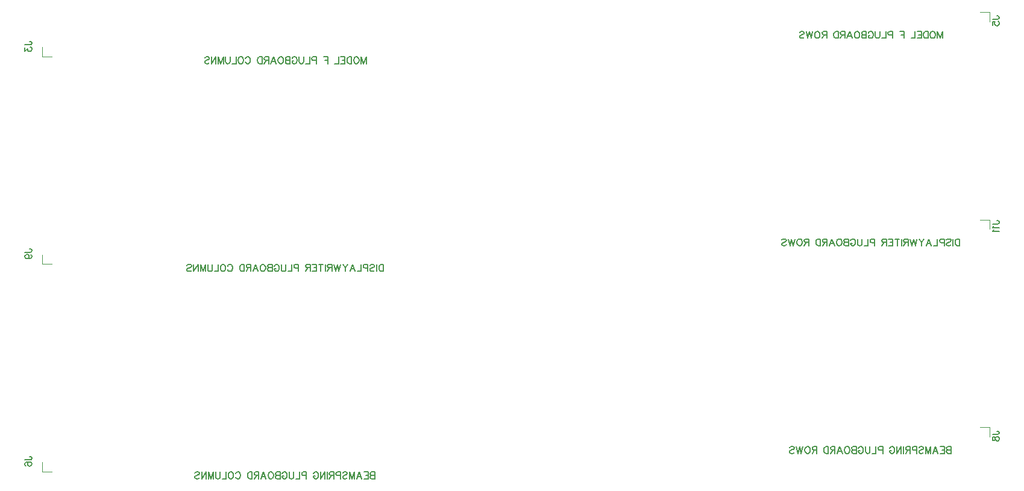
<source format=gbo>
G04 Layer: BottomSilkLayer*
G04 EasyEDA v6.3.43, 2020-05-25T11:21:51+02:00*
G04 b2f46ff1345c4209a88c0a1db2e3f32b,10*
G04 Gerber Generator version 0.2*
G04 Scale: 100 percent, Rotated: No, Reflected: No *
G04 Dimensions in inches *
G04 leading zeros omitted , absolute positions ,2 integer and 4 decimal *
%FSLAX24Y24*%
%MOIN*%
G90*
G70D02*

%ADD20C,0.005910*%
%ADD21C,0.004720*%

%LPD*%
G54D21*
G01X66289Y14062D02*
G01X66289Y14586D01*
G01X65765Y14586D01*
G01X66289Y25547D02*
G01X66289Y26071D01*
G01X65765Y26071D01*
G01X66289Y37032D02*
G01X66289Y37555D01*
G01X65765Y37555D01*
G01X13913Y24141D02*
G01X13913Y23617D01*
G01X14437Y23617D01*
G01X13913Y35625D02*
G01X13913Y35102D01*
G01X14437Y35102D01*
G01X13913Y12656D02*
G01X13913Y12132D01*
G01X14437Y12132D01*
G54D20*
G01X66458Y14198D02*
G01X66745Y14198D01*
G01X66798Y14216D01*
G01X66816Y14234D01*
G01X66834Y14270D01*
G01X66834Y14306D01*
G01X66816Y14341D01*
G01X66798Y14359D01*
G01X66745Y14377D01*
G01X66709Y14377D01*
G01X66458Y13991D02*
G01X66476Y14044D01*
G01X66512Y14062D01*
G01X66548Y14062D01*
G01X66584Y14044D01*
G01X66601Y14009D01*
G01X66619Y13937D01*
G01X66637Y13883D01*
G01X66673Y13847D01*
G01X66709Y13830D01*
G01X66763Y13830D01*
G01X66798Y13847D01*
G01X66816Y13865D01*
G01X66834Y13919D01*
G01X66834Y13991D01*
G01X66816Y14044D01*
G01X66798Y14062D01*
G01X66763Y14080D01*
G01X66709Y14080D01*
G01X66673Y14062D01*
G01X66637Y14026D01*
G01X66619Y13973D01*
G01X66601Y13901D01*
G01X66584Y13865D01*
G01X66548Y13847D01*
G01X66512Y13847D01*
G01X66476Y13865D01*
G01X66458Y13919D01*
G01X66458Y13991D01*
G01X64171Y13522D02*
G01X64171Y13146D01*
G01X64171Y13522D02*
G01X64010Y13522D01*
G01X63956Y13504D01*
G01X63938Y13486D01*
G01X63920Y13450D01*
G01X63920Y13414D01*
G01X63938Y13379D01*
G01X63956Y13361D01*
G01X64010Y13343D01*
G01X64171Y13343D02*
G01X64010Y13343D01*
G01X63956Y13325D01*
G01X63938Y13307D01*
G01X63920Y13271D01*
G01X63920Y13218D01*
G01X63938Y13182D01*
G01X63956Y13164D01*
G01X64010Y13146D01*
G01X64171Y13146D01*
G01X63802Y13522D02*
G01X63802Y13146D01*
G01X63802Y13522D02*
G01X63570Y13522D01*
G01X63802Y13343D02*
G01X63659Y13343D01*
G01X63802Y13146D02*
G01X63570Y13146D01*
G01X63308Y13522D02*
G01X63451Y13146D01*
G01X63308Y13522D02*
G01X63165Y13146D01*
G01X63398Y13271D02*
G01X63219Y13271D01*
G01X63047Y13522D02*
G01X63047Y13146D01*
G01X63047Y13522D02*
G01X62904Y13146D01*
G01X62761Y13522D02*
G01X62904Y13146D01*
G01X62761Y13522D02*
G01X62761Y13146D01*
G01X62392Y13468D02*
G01X62428Y13504D01*
G01X62481Y13522D01*
G01X62553Y13522D01*
G01X62607Y13504D01*
G01X62643Y13468D01*
G01X62643Y13432D01*
G01X62625Y13397D01*
G01X62607Y13379D01*
G01X62571Y13361D01*
G01X62464Y13325D01*
G01X62428Y13307D01*
G01X62410Y13289D01*
G01X62392Y13253D01*
G01X62392Y13200D01*
G01X62428Y13164D01*
G01X62481Y13146D01*
G01X62553Y13146D01*
G01X62607Y13164D01*
G01X62643Y13200D01*
G01X62274Y13522D02*
G01X62274Y13146D01*
G01X62274Y13522D02*
G01X62113Y13522D01*
G01X62059Y13504D01*
G01X62041Y13486D01*
G01X62023Y13450D01*
G01X62023Y13397D01*
G01X62041Y13361D01*
G01X62059Y13343D01*
G01X62113Y13325D01*
G01X62274Y13325D01*
G01X61905Y13522D02*
G01X61905Y13146D01*
G01X61905Y13522D02*
G01X61744Y13522D01*
G01X61690Y13504D01*
G01X61673Y13486D01*
G01X61655Y13450D01*
G01X61655Y13414D01*
G01X61673Y13379D01*
G01X61690Y13361D01*
G01X61744Y13343D01*
G01X61905Y13343D01*
G01X61780Y13343D02*
G01X61655Y13146D01*
G01X61537Y13522D02*
G01X61537Y13146D01*
G01X61418Y13522D02*
G01X61418Y13146D01*
G01X61418Y13522D02*
G01X61168Y13146D01*
G01X61168Y13522D02*
G01X61168Y13146D01*
G01X60781Y13432D02*
G01X60799Y13468D01*
G01X60835Y13504D01*
G01X60871Y13522D01*
G01X60942Y13522D01*
G01X60978Y13504D01*
G01X61014Y13468D01*
G01X61032Y13432D01*
G01X61050Y13379D01*
G01X61050Y13289D01*
G01X61032Y13235D01*
G01X61014Y13200D01*
G01X60978Y13164D01*
G01X60942Y13146D01*
G01X60871Y13146D01*
G01X60835Y13164D01*
G01X60799Y13200D01*
G01X60781Y13235D01*
G01X60781Y13289D01*
G01X60871Y13289D02*
G01X60781Y13289D01*
G01X60388Y13522D02*
G01X60388Y13146D01*
G01X60388Y13522D02*
G01X60227Y13522D01*
G01X60173Y13504D01*
G01X60155Y13486D01*
G01X60137Y13450D01*
G01X60137Y13397D01*
G01X60155Y13361D01*
G01X60173Y13343D01*
G01X60227Y13325D01*
G01X60388Y13325D01*
G01X60019Y13522D02*
G01X60019Y13146D01*
G01X60019Y13146D02*
G01X59804Y13146D01*
G01X59686Y13522D02*
G01X59686Y13253D01*
G01X59668Y13200D01*
G01X59633Y13164D01*
G01X59579Y13146D01*
G01X59543Y13146D01*
G01X59489Y13164D01*
G01X59454Y13200D01*
G01X59436Y13253D01*
G01X59436Y13522D01*
G01X59049Y13432D02*
G01X59067Y13468D01*
G01X59103Y13504D01*
G01X59139Y13522D01*
G01X59210Y13522D01*
G01X59246Y13504D01*
G01X59282Y13468D01*
G01X59300Y13432D01*
G01X59318Y13379D01*
G01X59318Y13289D01*
G01X59300Y13235D01*
G01X59282Y13200D01*
G01X59246Y13164D01*
G01X59210Y13146D01*
G01X59139Y13146D01*
G01X59103Y13164D01*
G01X59067Y13200D01*
G01X59049Y13235D01*
G01X59049Y13289D01*
G01X59139Y13289D02*
G01X59049Y13289D01*
G01X58931Y13522D02*
G01X58931Y13146D01*
G01X58931Y13522D02*
G01X58770Y13522D01*
G01X58716Y13504D01*
G01X58698Y13486D01*
G01X58680Y13450D01*
G01X58680Y13414D01*
G01X58698Y13379D01*
G01X58716Y13361D01*
G01X58770Y13343D01*
G01X58931Y13343D02*
G01X58770Y13343D01*
G01X58716Y13325D01*
G01X58698Y13307D01*
G01X58680Y13271D01*
G01X58680Y13218D01*
G01X58698Y13182D01*
G01X58716Y13164D01*
G01X58770Y13146D01*
G01X58931Y13146D01*
G01X58455Y13522D02*
G01X58491Y13504D01*
G01X58527Y13468D01*
G01X58544Y13432D01*
G01X58562Y13379D01*
G01X58562Y13289D01*
G01X58544Y13235D01*
G01X58527Y13200D01*
G01X58491Y13164D01*
G01X58455Y13146D01*
G01X58383Y13146D01*
G01X58348Y13164D01*
G01X58312Y13200D01*
G01X58294Y13235D01*
G01X58276Y13289D01*
G01X58276Y13379D01*
G01X58294Y13432D01*
G01X58312Y13468D01*
G01X58348Y13504D01*
G01X58383Y13522D01*
G01X58455Y13522D01*
G01X58015Y13522D02*
G01X58158Y13146D01*
G01X58015Y13522D02*
G01X57872Y13146D01*
G01X58104Y13271D02*
G01X57925Y13271D01*
G01X57753Y13522D02*
G01X57753Y13146D01*
G01X57753Y13522D02*
G01X57592Y13522D01*
G01X57539Y13504D01*
G01X57521Y13486D01*
G01X57503Y13450D01*
G01X57503Y13414D01*
G01X57521Y13379D01*
G01X57539Y13361D01*
G01X57592Y13343D01*
G01X57753Y13343D01*
G01X57628Y13343D02*
G01X57503Y13146D01*
G01X57385Y13522D02*
G01X57385Y13146D01*
G01X57385Y13522D02*
G01X57260Y13522D01*
G01X57206Y13504D01*
G01X57170Y13468D01*
G01X57152Y13432D01*
G01X57134Y13379D01*
G01X57134Y13289D01*
G01X57152Y13235D01*
G01X57170Y13200D01*
G01X57206Y13164D01*
G01X57260Y13146D01*
G01X57385Y13146D01*
G01X56741Y13522D02*
G01X56741Y13146D01*
G01X56741Y13522D02*
G01X56580Y13522D01*
G01X56526Y13504D01*
G01X56508Y13486D01*
G01X56490Y13450D01*
G01X56490Y13414D01*
G01X56508Y13379D01*
G01X56526Y13361D01*
G01X56580Y13343D01*
G01X56741Y13343D01*
G01X56615Y13343D02*
G01X56490Y13146D01*
G01X56265Y13522D02*
G01X56300Y13504D01*
G01X56336Y13468D01*
G01X56354Y13432D01*
G01X56372Y13379D01*
G01X56372Y13289D01*
G01X56354Y13235D01*
G01X56336Y13200D01*
G01X56300Y13164D01*
G01X56265Y13146D01*
G01X56193Y13146D01*
G01X56157Y13164D01*
G01X56121Y13200D01*
G01X56104Y13235D01*
G01X56086Y13289D01*
G01X56086Y13379D01*
G01X56104Y13432D01*
G01X56121Y13468D01*
G01X56157Y13504D01*
G01X56193Y13522D01*
G01X56265Y13522D01*
G01X55968Y13522D02*
G01X55878Y13146D01*
G01X55789Y13522D02*
G01X55878Y13146D01*
G01X55789Y13522D02*
G01X55699Y13146D01*
G01X55610Y13522D02*
G01X55699Y13146D01*
G01X55241Y13468D02*
G01X55277Y13504D01*
G01X55330Y13522D01*
G01X55402Y13522D01*
G01X55456Y13504D01*
G01X55491Y13468D01*
G01X55491Y13432D01*
G01X55474Y13397D01*
G01X55456Y13379D01*
G01X55420Y13361D01*
G01X55313Y13325D01*
G01X55277Y13307D01*
G01X55259Y13289D01*
G01X55241Y13253D01*
G01X55241Y13200D01*
G01X55277Y13164D01*
G01X55330Y13146D01*
G01X55402Y13146D01*
G01X55456Y13164D01*
G01X55491Y13200D01*
G01X66458Y25840D02*
G01X66745Y25840D01*
G01X66798Y25858D01*
G01X66816Y25876D01*
G01X66834Y25912D01*
G01X66834Y25948D01*
G01X66816Y25984D01*
G01X66798Y26001D01*
G01X66745Y26019D01*
G01X66709Y26019D01*
G01X66530Y25722D02*
G01X66512Y25686D01*
G01X66458Y25633D01*
G01X66834Y25633D01*
G01X66530Y25515D02*
G01X66512Y25479D01*
G01X66458Y25425D01*
G01X66834Y25425D01*
G01X64643Y25006D02*
G01X64643Y24630D01*
G01X64643Y25006D02*
G01X64518Y25006D01*
G01X64464Y24988D01*
G01X64429Y24952D01*
G01X64411Y24917D01*
G01X64393Y24863D01*
G01X64393Y24774D01*
G01X64411Y24720D01*
G01X64429Y24684D01*
G01X64464Y24648D01*
G01X64518Y24630D01*
G01X64643Y24630D01*
G01X64275Y25006D02*
G01X64275Y24630D01*
G01X63906Y24952D02*
G01X63942Y24988D01*
G01X63995Y25006D01*
G01X64067Y25006D01*
G01X64121Y24988D01*
G01X64157Y24952D01*
G01X64157Y24917D01*
G01X64139Y24881D01*
G01X64121Y24863D01*
G01X64085Y24845D01*
G01X63978Y24809D01*
G01X63942Y24791D01*
G01X63924Y24774D01*
G01X63906Y24738D01*
G01X63906Y24684D01*
G01X63942Y24648D01*
G01X63995Y24630D01*
G01X64067Y24630D01*
G01X64121Y24648D01*
G01X64157Y24684D01*
G01X63788Y25006D02*
G01X63788Y24630D01*
G01X63788Y25006D02*
G01X63627Y25006D01*
G01X63573Y24988D01*
G01X63555Y24970D01*
G01X63537Y24935D01*
G01X63537Y24881D01*
G01X63555Y24845D01*
G01X63573Y24827D01*
G01X63627Y24809D01*
G01X63788Y24809D01*
G01X63419Y25006D02*
G01X63419Y24630D01*
G01X63419Y24630D02*
G01X63205Y24630D01*
G01X62943Y25006D02*
G01X63086Y24630D01*
G01X62943Y25006D02*
G01X62800Y24630D01*
G01X63033Y24756D02*
G01X62854Y24756D01*
G01X62682Y25006D02*
G01X62539Y24827D01*
G01X62539Y24630D01*
G01X62396Y25006D02*
G01X62539Y24827D01*
G01X62278Y25006D02*
G01X62188Y24630D01*
G01X62099Y25006D02*
G01X62188Y24630D01*
G01X62099Y25006D02*
G01X62009Y24630D01*
G01X61920Y25006D02*
G01X62009Y24630D01*
G01X61802Y25006D02*
G01X61802Y24630D01*
G01X61802Y25006D02*
G01X61640Y25006D01*
G01X61587Y24988D01*
G01X61569Y24970D01*
G01X61551Y24935D01*
G01X61551Y24899D01*
G01X61569Y24863D01*
G01X61587Y24845D01*
G01X61640Y24827D01*
G01X61802Y24827D01*
G01X61676Y24827D02*
G01X61551Y24630D01*
G01X61433Y25006D02*
G01X61433Y24630D01*
G01X61189Y25006D02*
G01X61189Y24630D01*
G01X61315Y25006D02*
G01X61064Y25006D01*
G01X60946Y25006D02*
G01X60946Y24630D01*
G01X60946Y25006D02*
G01X60713Y25006D01*
G01X60946Y24827D02*
G01X60803Y24827D01*
G01X60946Y24630D02*
G01X60713Y24630D01*
G01X60595Y25006D02*
G01X60595Y24630D01*
G01X60595Y25006D02*
G01X60434Y25006D01*
G01X60381Y24988D01*
G01X60363Y24970D01*
G01X60345Y24935D01*
G01X60345Y24899D01*
G01X60363Y24863D01*
G01X60381Y24845D01*
G01X60434Y24827D01*
G01X60595Y24827D01*
G01X60470Y24827D02*
G01X60345Y24630D01*
G01X59951Y25006D02*
G01X59951Y24630D01*
G01X59951Y25006D02*
G01X59790Y25006D01*
G01X59736Y24988D01*
G01X59718Y24970D01*
G01X59701Y24935D01*
G01X59701Y24881D01*
G01X59718Y24845D01*
G01X59736Y24827D01*
G01X59790Y24809D01*
G01X59951Y24809D01*
G01X59582Y25006D02*
G01X59582Y24630D01*
G01X59582Y24630D02*
G01X59368Y24630D01*
G01X59250Y25006D02*
G01X59250Y24738D01*
G01X59232Y24684D01*
G01X59196Y24648D01*
G01X59142Y24630D01*
G01X59106Y24630D01*
G01X59053Y24648D01*
G01X59017Y24684D01*
G01X58999Y24738D01*
G01X58999Y25006D01*
G01X58613Y24917D02*
G01X58630Y24952D01*
G01X58666Y24988D01*
G01X58702Y25006D01*
G01X58774Y25006D01*
G01X58809Y24988D01*
G01X58845Y24952D01*
G01X58863Y24917D01*
G01X58881Y24863D01*
G01X58881Y24774D01*
G01X58863Y24720D01*
G01X58845Y24684D01*
G01X58809Y24648D01*
G01X58774Y24630D01*
G01X58702Y24630D01*
G01X58666Y24648D01*
G01X58630Y24684D01*
G01X58613Y24720D01*
G01X58613Y24774D01*
G01X58702Y24774D02*
G01X58613Y24774D01*
G01X58494Y25006D02*
G01X58494Y24630D01*
G01X58494Y25006D02*
G01X58333Y25006D01*
G01X58280Y24988D01*
G01X58262Y24970D01*
G01X58244Y24935D01*
G01X58244Y24899D01*
G01X58262Y24863D01*
G01X58280Y24845D01*
G01X58333Y24827D01*
G01X58494Y24827D02*
G01X58333Y24827D01*
G01X58280Y24809D01*
G01X58262Y24791D01*
G01X58244Y24756D01*
G01X58244Y24702D01*
G01X58262Y24666D01*
G01X58280Y24648D01*
G01X58333Y24630D01*
G01X58494Y24630D01*
G01X58018Y25006D02*
G01X58054Y24988D01*
G01X58090Y24952D01*
G01X58108Y24917D01*
G01X58126Y24863D01*
G01X58126Y24774D01*
G01X58108Y24720D01*
G01X58090Y24684D01*
G01X58054Y24648D01*
G01X58018Y24630D01*
G01X57947Y24630D01*
G01X57911Y24648D01*
G01X57875Y24684D01*
G01X57857Y24720D01*
G01X57839Y24774D01*
G01X57839Y24863D01*
G01X57857Y24917D01*
G01X57875Y24952D01*
G01X57911Y24988D01*
G01X57947Y25006D01*
G01X58018Y25006D01*
G01X57578Y25006D02*
G01X57721Y24630D01*
G01X57578Y25006D02*
G01X57435Y24630D01*
G01X57668Y24756D02*
G01X57489Y24756D01*
G01X57317Y25006D02*
G01X57317Y24630D01*
G01X57317Y25006D02*
G01X57156Y25006D01*
G01X57102Y24988D01*
G01X57084Y24970D01*
G01X57066Y24935D01*
G01X57066Y24899D01*
G01X57084Y24863D01*
G01X57102Y24845D01*
G01X57156Y24827D01*
G01X57317Y24827D01*
G01X57192Y24827D02*
G01X57066Y24630D01*
G01X56948Y25006D02*
G01X56948Y24630D01*
G01X56948Y25006D02*
G01X56823Y25006D01*
G01X56769Y24988D01*
G01X56734Y24952D01*
G01X56716Y24917D01*
G01X56698Y24863D01*
G01X56698Y24774D01*
G01X56716Y24720D01*
G01X56734Y24684D01*
G01X56769Y24648D01*
G01X56823Y24630D01*
G01X56948Y24630D01*
G01X56304Y25006D02*
G01X56304Y24630D01*
G01X56304Y25006D02*
G01X56143Y25006D01*
G01X56089Y24988D01*
G01X56071Y24970D01*
G01X56053Y24935D01*
G01X56053Y24899D01*
G01X56071Y24863D01*
G01X56089Y24845D01*
G01X56143Y24827D01*
G01X56304Y24827D01*
G01X56179Y24827D02*
G01X56053Y24630D01*
G01X55828Y25006D02*
G01X55864Y24988D01*
G01X55900Y24952D01*
G01X55917Y24917D01*
G01X55935Y24863D01*
G01X55935Y24774D01*
G01X55917Y24720D01*
G01X55900Y24684D01*
G01X55864Y24648D01*
G01X55828Y24630D01*
G01X55756Y24630D01*
G01X55721Y24648D01*
G01X55685Y24684D01*
G01X55667Y24720D01*
G01X55649Y24774D01*
G01X55649Y24863D01*
G01X55667Y24917D01*
G01X55685Y24952D01*
G01X55721Y24988D01*
G01X55756Y25006D01*
G01X55828Y25006D01*
G01X55531Y25006D02*
G01X55441Y24630D01*
G01X55352Y25006D02*
G01X55441Y24630D01*
G01X55352Y25006D02*
G01X55263Y24630D01*
G01X55173Y25006D02*
G01X55263Y24630D01*
G01X54804Y24952D02*
G01X54840Y24988D01*
G01X54894Y25006D01*
G01X54965Y25006D01*
G01X55019Y24988D01*
G01X55055Y24952D01*
G01X55055Y24917D01*
G01X55037Y24881D01*
G01X55019Y24863D01*
G01X54983Y24845D01*
G01X54876Y24809D01*
G01X54840Y24791D01*
G01X54822Y24774D01*
G01X54804Y24738D01*
G01X54804Y24684D01*
G01X54840Y24648D01*
G01X54894Y24630D01*
G01X54965Y24630D01*
G01X55019Y24648D01*
G01X55055Y24684D01*
G01X66458Y37168D02*
G01X66745Y37168D01*
G01X66798Y37185D01*
G01X66816Y37203D01*
G01X66834Y37239D01*
G01X66834Y37275D01*
G01X66816Y37311D01*
G01X66798Y37329D01*
G01X66745Y37347D01*
G01X66709Y37347D01*
G01X66458Y36835D02*
G01X66458Y37014D01*
G01X66619Y37032D01*
G01X66601Y37014D01*
G01X66584Y36960D01*
G01X66584Y36906D01*
G01X66601Y36853D01*
G01X66637Y36817D01*
G01X66691Y36799D01*
G01X66727Y36799D01*
G01X66780Y36817D01*
G01X66816Y36853D01*
G01X66834Y36906D01*
G01X66834Y36960D01*
G01X66816Y37014D01*
G01X66798Y37032D01*
G01X66763Y37049D01*
G01X63698Y36490D02*
G01X63698Y36115D01*
G01X63698Y36490D02*
G01X63555Y36115D01*
G01X63412Y36490D02*
G01X63555Y36115D01*
G01X63412Y36490D02*
G01X63412Y36115D01*
G01X63187Y36490D02*
G01X63222Y36473D01*
G01X63258Y36437D01*
G01X63276Y36401D01*
G01X63294Y36347D01*
G01X63294Y36258D01*
G01X63276Y36204D01*
G01X63258Y36168D01*
G01X63222Y36133D01*
G01X63187Y36115D01*
G01X63115Y36115D01*
G01X63079Y36133D01*
G01X63043Y36168D01*
G01X63026Y36204D01*
G01X63008Y36258D01*
G01X63008Y36347D01*
G01X63026Y36401D01*
G01X63043Y36437D01*
G01X63079Y36473D01*
G01X63115Y36490D01*
G01X63187Y36490D01*
G01X62890Y36490D02*
G01X62890Y36115D01*
G01X62890Y36490D02*
G01X62764Y36490D01*
G01X62711Y36473D01*
G01X62675Y36437D01*
G01X62657Y36401D01*
G01X62639Y36347D01*
G01X62639Y36258D01*
G01X62657Y36204D01*
G01X62675Y36168D01*
G01X62711Y36133D01*
G01X62764Y36115D01*
G01X62890Y36115D01*
G01X62521Y36490D02*
G01X62521Y36115D01*
G01X62521Y36490D02*
G01X62288Y36490D01*
G01X62521Y36312D02*
G01X62378Y36312D01*
G01X62521Y36115D02*
G01X62288Y36115D01*
G01X62170Y36490D02*
G01X62170Y36115D01*
G01X62170Y36115D02*
G01X61955Y36115D01*
G01X61562Y36490D02*
G01X61562Y36115D01*
G01X61562Y36490D02*
G01X61329Y36490D01*
G01X61562Y36312D02*
G01X61419Y36312D01*
G01X60935Y36490D02*
G01X60935Y36115D01*
G01X60935Y36490D02*
G01X60774Y36490D01*
G01X60721Y36473D01*
G01X60703Y36455D01*
G01X60685Y36419D01*
G01X60685Y36365D01*
G01X60703Y36329D01*
G01X60721Y36312D01*
G01X60774Y36294D01*
G01X60935Y36294D01*
G01X60567Y36490D02*
G01X60567Y36115D01*
G01X60567Y36115D02*
G01X60352Y36115D01*
G01X60234Y36490D02*
G01X60234Y36222D01*
G01X60216Y36168D01*
G01X60180Y36133D01*
G01X60126Y36115D01*
G01X60091Y36115D01*
G01X60037Y36133D01*
G01X60001Y36168D01*
G01X59983Y36222D01*
G01X59983Y36490D01*
G01X59597Y36401D02*
G01X59615Y36437D01*
G01X59650Y36473D01*
G01X59686Y36490D01*
G01X59758Y36490D01*
G01X59794Y36473D01*
G01X59829Y36437D01*
G01X59847Y36401D01*
G01X59865Y36347D01*
G01X59865Y36258D01*
G01X59847Y36204D01*
G01X59829Y36168D01*
G01X59794Y36133D01*
G01X59758Y36115D01*
G01X59686Y36115D01*
G01X59650Y36133D01*
G01X59615Y36168D01*
G01X59597Y36204D01*
G01X59597Y36258D01*
G01X59686Y36258D02*
G01X59597Y36258D01*
G01X59479Y36490D02*
G01X59479Y36115D01*
G01X59479Y36490D02*
G01X59318Y36490D01*
G01X59264Y36473D01*
G01X59246Y36455D01*
G01X59228Y36419D01*
G01X59228Y36383D01*
G01X59246Y36347D01*
G01X59264Y36329D01*
G01X59318Y36312D01*
G01X59479Y36312D02*
G01X59318Y36312D01*
G01X59264Y36294D01*
G01X59246Y36276D01*
G01X59228Y36240D01*
G01X59228Y36186D01*
G01X59246Y36150D01*
G01X59264Y36133D01*
G01X59318Y36115D01*
G01X59479Y36115D01*
G01X59003Y36490D02*
G01X59038Y36473D01*
G01X59074Y36437D01*
G01X59092Y36401D01*
G01X59110Y36347D01*
G01X59110Y36258D01*
G01X59092Y36204D01*
G01X59074Y36168D01*
G01X59038Y36133D01*
G01X59003Y36115D01*
G01X58931Y36115D01*
G01X58895Y36133D01*
G01X58859Y36168D01*
G01X58842Y36204D01*
G01X58824Y36258D01*
G01X58824Y36347D01*
G01X58842Y36401D01*
G01X58859Y36437D01*
G01X58895Y36473D01*
G01X58931Y36490D01*
G01X59003Y36490D01*
G01X58562Y36490D02*
G01X58706Y36115D01*
G01X58562Y36490D02*
G01X58419Y36115D01*
G01X58652Y36240D02*
G01X58473Y36240D01*
G01X58301Y36490D02*
G01X58301Y36115D01*
G01X58301Y36490D02*
G01X58140Y36490D01*
G01X58086Y36473D01*
G01X58068Y36455D01*
G01X58051Y36419D01*
G01X58051Y36383D01*
G01X58068Y36347D01*
G01X58086Y36329D01*
G01X58140Y36312D01*
G01X58301Y36312D01*
G01X58176Y36312D02*
G01X58051Y36115D01*
G01X57932Y36490D02*
G01X57932Y36115D01*
G01X57932Y36490D02*
G01X57807Y36490D01*
G01X57754Y36473D01*
G01X57718Y36437D01*
G01X57700Y36401D01*
G01X57682Y36347D01*
G01X57682Y36258D01*
G01X57700Y36204D01*
G01X57718Y36168D01*
G01X57754Y36133D01*
G01X57807Y36115D01*
G01X57932Y36115D01*
G01X57288Y36490D02*
G01X57288Y36115D01*
G01X57288Y36490D02*
G01X57127Y36490D01*
G01X57074Y36473D01*
G01X57056Y36455D01*
G01X57038Y36419D01*
G01X57038Y36383D01*
G01X57056Y36347D01*
G01X57074Y36329D01*
G01X57127Y36312D01*
G01X57288Y36312D01*
G01X57163Y36312D02*
G01X57038Y36115D01*
G01X56812Y36490D02*
G01X56848Y36473D01*
G01X56884Y36437D01*
G01X56902Y36401D01*
G01X56920Y36347D01*
G01X56920Y36258D01*
G01X56902Y36204D01*
G01X56884Y36168D01*
G01X56848Y36133D01*
G01X56812Y36115D01*
G01X56741Y36115D01*
G01X56705Y36133D01*
G01X56669Y36168D01*
G01X56651Y36204D01*
G01X56633Y36258D01*
G01X56633Y36347D01*
G01X56651Y36401D01*
G01X56669Y36437D01*
G01X56705Y36473D01*
G01X56741Y36490D01*
G01X56812Y36490D01*
G01X56515Y36490D02*
G01X56426Y36115D01*
G01X56336Y36490D02*
G01X56426Y36115D01*
G01X56336Y36490D02*
G01X56247Y36115D01*
G01X56157Y36490D02*
G01X56247Y36115D01*
G01X55789Y36437D02*
G01X55824Y36473D01*
G01X55878Y36490D01*
G01X55950Y36490D01*
G01X56003Y36473D01*
G01X56039Y36437D01*
G01X56039Y36401D01*
G01X56021Y36365D01*
G01X56003Y36347D01*
G01X55968Y36329D01*
G01X55860Y36294D01*
G01X55824Y36276D01*
G01X55806Y36258D01*
G01X55789Y36222D01*
G01X55789Y36168D01*
G01X55824Y36133D01*
G01X55878Y36115D01*
G01X55950Y36115D01*
G01X56003Y36133D01*
G01X56039Y36168D01*
G01X12949Y24277D02*
G01X13236Y24277D01*
G01X13289Y24295D01*
G01X13307Y24312D01*
G01X13325Y24348D01*
G01X13325Y24384D01*
G01X13307Y24420D01*
G01X13289Y24438D01*
G01X13236Y24456D01*
G01X13200Y24456D01*
G01X13074Y23926D02*
G01X13128Y23944D01*
G01X13164Y23980D01*
G01X13182Y24033D01*
G01X13182Y24051D01*
G01X13164Y24105D01*
G01X13128Y24141D01*
G01X13074Y24159D01*
G01X13057Y24159D01*
G01X13003Y24141D01*
G01X12967Y24105D01*
G01X12949Y24051D01*
G01X12949Y24033D01*
G01X12967Y23980D01*
G01X13003Y23944D01*
G01X13074Y23926D01*
G01X13164Y23926D01*
G01X13253Y23944D01*
G01X13307Y23980D01*
G01X13325Y24033D01*
G01X13325Y24069D01*
G01X13307Y24123D01*
G01X13271Y24141D01*
G01X32772Y23600D02*
G01X32772Y23224D01*
G01X32772Y23600D02*
G01X32647Y23600D01*
G01X32593Y23582D01*
G01X32557Y23546D01*
G01X32539Y23510D01*
G01X32521Y23457D01*
G01X32521Y23367D01*
G01X32539Y23314D01*
G01X32557Y23278D01*
G01X32593Y23242D01*
G01X32647Y23224D01*
G01X32772Y23224D01*
G01X32403Y23600D02*
G01X32403Y23224D01*
G01X32035Y23546D02*
G01X32071Y23582D01*
G01X32124Y23600D01*
G01X32196Y23600D01*
G01X32249Y23582D01*
G01X32285Y23546D01*
G01X32285Y23510D01*
G01X32267Y23475D01*
G01X32249Y23457D01*
G01X32214Y23439D01*
G01X32106Y23403D01*
G01X32071Y23385D01*
G01X32053Y23367D01*
G01X32035Y23331D01*
G01X32035Y23278D01*
G01X32071Y23242D01*
G01X32124Y23224D01*
G01X32196Y23224D01*
G01X32249Y23242D01*
G01X32285Y23278D01*
G01X31917Y23600D02*
G01X31917Y23224D01*
G01X31917Y23600D02*
G01X31756Y23600D01*
G01X31702Y23582D01*
G01X31684Y23564D01*
G01X31666Y23528D01*
G01X31666Y23475D01*
G01X31684Y23439D01*
G01X31702Y23421D01*
G01X31756Y23403D01*
G01X31917Y23403D01*
G01X31548Y23600D02*
G01X31548Y23224D01*
G01X31548Y23224D02*
G01X31333Y23224D01*
G01X31072Y23600D02*
G01X31215Y23224D01*
G01X31072Y23600D02*
G01X30929Y23224D01*
G01X31161Y23349D02*
G01X30982Y23349D01*
G01X30811Y23600D02*
G01X30667Y23421D01*
G01X30667Y23224D01*
G01X30524Y23600D02*
G01X30667Y23421D01*
G01X30406Y23600D02*
G01X30317Y23224D01*
G01X30227Y23600D02*
G01X30317Y23224D01*
G01X30227Y23600D02*
G01X30138Y23224D01*
G01X30048Y23600D02*
G01X30138Y23224D01*
G01X29930Y23600D02*
G01X29930Y23224D01*
G01X29930Y23600D02*
G01X29769Y23600D01*
G01X29715Y23582D01*
G01X29698Y23564D01*
G01X29680Y23528D01*
G01X29680Y23493D01*
G01X29698Y23457D01*
G01X29715Y23439D01*
G01X29769Y23421D01*
G01X29930Y23421D01*
G01X29805Y23421D02*
G01X29680Y23224D01*
G01X29562Y23600D02*
G01X29562Y23224D01*
G01X29318Y23600D02*
G01X29318Y23224D01*
G01X29443Y23600D02*
G01X29193Y23600D01*
G01X29075Y23600D02*
G01X29075Y23224D01*
G01X29075Y23600D02*
G01X28842Y23600D01*
G01X29075Y23421D02*
G01X28932Y23421D01*
G01X29075Y23224D02*
G01X28842Y23224D01*
G01X28724Y23600D02*
G01X28724Y23224D01*
G01X28724Y23600D02*
G01X28563Y23600D01*
G01X28509Y23582D01*
G01X28491Y23564D01*
G01X28474Y23528D01*
G01X28474Y23493D01*
G01X28491Y23457D01*
G01X28509Y23439D01*
G01X28563Y23421D01*
G01X28724Y23421D01*
G01X28599Y23421D02*
G01X28474Y23224D01*
G01X28080Y23600D02*
G01X28080Y23224D01*
G01X28080Y23600D02*
G01X27919Y23600D01*
G01X27865Y23582D01*
G01X27847Y23564D01*
G01X27829Y23528D01*
G01X27829Y23475D01*
G01X27847Y23439D01*
G01X27865Y23421D01*
G01X27919Y23403D01*
G01X28080Y23403D01*
G01X27711Y23600D02*
G01X27711Y23224D01*
G01X27711Y23224D02*
G01X27496Y23224D01*
G01X27378Y23600D02*
G01X27378Y23331D01*
G01X27360Y23278D01*
G01X27325Y23242D01*
G01X27271Y23224D01*
G01X27235Y23224D01*
G01X27181Y23242D01*
G01X27146Y23278D01*
G01X27128Y23331D01*
G01X27128Y23600D01*
G01X26741Y23510D02*
G01X26759Y23546D01*
G01X26795Y23582D01*
G01X26831Y23600D01*
G01X26902Y23600D01*
G01X26938Y23582D01*
G01X26974Y23546D01*
G01X26992Y23510D01*
G01X27010Y23457D01*
G01X27010Y23367D01*
G01X26992Y23314D01*
G01X26974Y23278D01*
G01X26938Y23242D01*
G01X26902Y23224D01*
G01X26831Y23224D01*
G01X26795Y23242D01*
G01X26759Y23278D01*
G01X26741Y23314D01*
G01X26741Y23367D01*
G01X26831Y23367D02*
G01X26741Y23367D01*
G01X26623Y23600D02*
G01X26623Y23224D01*
G01X26623Y23600D02*
G01X26462Y23600D01*
G01X26408Y23582D01*
G01X26390Y23564D01*
G01X26373Y23528D01*
G01X26373Y23493D01*
G01X26390Y23457D01*
G01X26408Y23439D01*
G01X26462Y23421D01*
G01X26623Y23421D02*
G01X26462Y23421D01*
G01X26408Y23403D01*
G01X26390Y23385D01*
G01X26373Y23349D01*
G01X26373Y23296D01*
G01X26390Y23260D01*
G01X26408Y23242D01*
G01X26462Y23224D01*
G01X26623Y23224D01*
G01X26147Y23600D02*
G01X26183Y23582D01*
G01X26219Y23546D01*
G01X26237Y23510D01*
G01X26254Y23457D01*
G01X26254Y23367D01*
G01X26237Y23314D01*
G01X26219Y23278D01*
G01X26183Y23242D01*
G01X26147Y23224D01*
G01X26076Y23224D01*
G01X26040Y23242D01*
G01X26004Y23278D01*
G01X25986Y23314D01*
G01X25968Y23367D01*
G01X25968Y23457D01*
G01X25986Y23510D01*
G01X26004Y23546D01*
G01X26040Y23582D01*
G01X26076Y23600D01*
G01X26147Y23600D01*
G01X25707Y23600D02*
G01X25850Y23224D01*
G01X25707Y23600D02*
G01X25564Y23224D01*
G01X25796Y23349D02*
G01X25617Y23349D01*
G01X25446Y23600D02*
G01X25446Y23224D01*
G01X25446Y23600D02*
G01X25285Y23600D01*
G01X25231Y23582D01*
G01X25213Y23564D01*
G01X25195Y23528D01*
G01X25195Y23493D01*
G01X25213Y23457D01*
G01X25231Y23439D01*
G01X25285Y23421D01*
G01X25446Y23421D01*
G01X25320Y23421D02*
G01X25195Y23224D01*
G01X25077Y23600D02*
G01X25077Y23224D01*
G01X25077Y23600D02*
G01X24952Y23600D01*
G01X24898Y23582D01*
G01X24862Y23546D01*
G01X24844Y23510D01*
G01X24826Y23457D01*
G01X24826Y23367D01*
G01X24844Y23314D01*
G01X24862Y23278D01*
G01X24898Y23242D01*
G01X24952Y23224D01*
G01X25077Y23224D01*
G01X24164Y23510D02*
G01X24182Y23546D01*
G01X24218Y23582D01*
G01X24254Y23600D01*
G01X24325Y23600D01*
G01X24361Y23582D01*
G01X24397Y23546D01*
G01X24415Y23510D01*
G01X24433Y23457D01*
G01X24433Y23367D01*
G01X24415Y23314D01*
G01X24397Y23278D01*
G01X24361Y23242D01*
G01X24325Y23224D01*
G01X24254Y23224D01*
G01X24218Y23242D01*
G01X24182Y23278D01*
G01X24164Y23314D01*
G01X23939Y23600D02*
G01X23975Y23582D01*
G01X24010Y23546D01*
G01X24028Y23510D01*
G01X24046Y23457D01*
G01X24046Y23367D01*
G01X24028Y23314D01*
G01X24010Y23278D01*
G01X23975Y23242D01*
G01X23939Y23224D01*
G01X23867Y23224D01*
G01X23831Y23242D01*
G01X23796Y23278D01*
G01X23778Y23314D01*
G01X23760Y23367D01*
G01X23760Y23457D01*
G01X23778Y23510D01*
G01X23796Y23546D01*
G01X23831Y23582D01*
G01X23867Y23600D01*
G01X23939Y23600D01*
G01X23642Y23600D02*
G01X23642Y23224D01*
G01X23642Y23224D02*
G01X23427Y23224D01*
G01X23309Y23600D02*
G01X23309Y23331D01*
G01X23291Y23278D01*
G01X23255Y23242D01*
G01X23202Y23224D01*
G01X23166Y23224D01*
G01X23112Y23242D01*
G01X23076Y23278D01*
G01X23058Y23331D01*
G01X23058Y23600D01*
G01X22940Y23600D02*
G01X22940Y23224D01*
G01X22940Y23600D02*
G01X22797Y23224D01*
G01X22654Y23600D02*
G01X22797Y23224D01*
G01X22654Y23600D02*
G01X22654Y23224D01*
G01X22536Y23600D02*
G01X22536Y23224D01*
G01X22536Y23600D02*
G01X22285Y23224D01*
G01X22285Y23600D02*
G01X22285Y23224D01*
G01X21917Y23546D02*
G01X21952Y23582D01*
G01X22006Y23600D01*
G01X22078Y23600D01*
G01X22131Y23582D01*
G01X22167Y23546D01*
G01X22167Y23510D01*
G01X22149Y23475D01*
G01X22131Y23457D01*
G01X22096Y23439D01*
G01X21988Y23403D01*
G01X21952Y23385D01*
G01X21935Y23367D01*
G01X21917Y23331D01*
G01X21917Y23278D01*
G01X21952Y23242D01*
G01X22006Y23224D01*
G01X22078Y23224D01*
G01X22131Y23242D01*
G01X22167Y23278D01*
G01X12949Y35761D02*
G01X13236Y35761D01*
G01X13289Y35779D01*
G01X13307Y35797D01*
G01X13325Y35833D01*
G01X13325Y35869D01*
G01X13307Y35904D01*
G01X13289Y35922D01*
G01X13236Y35940D01*
G01X13200Y35940D01*
G01X12949Y35607D02*
G01X12949Y35410D01*
G01X13092Y35518D01*
G01X13092Y35464D01*
G01X13110Y35428D01*
G01X13128Y35410D01*
G01X13182Y35393D01*
G01X13218Y35393D01*
G01X13271Y35410D01*
G01X13307Y35446D01*
G01X13325Y35500D01*
G01X13325Y35554D01*
G01X13307Y35607D01*
G01X13289Y35625D01*
G01X13253Y35643D01*
G01X31827Y35084D02*
G01X31827Y34708D01*
G01X31827Y35084D02*
G01X31684Y34708D01*
G01X31541Y35084D02*
G01X31684Y34708D01*
G01X31541Y35084D02*
G01X31541Y34708D01*
G01X31315Y35084D02*
G01X31351Y35066D01*
G01X31387Y35031D01*
G01X31405Y34995D01*
G01X31423Y34941D01*
G01X31423Y34852D01*
G01X31405Y34798D01*
G01X31387Y34762D01*
G01X31351Y34726D01*
G01X31315Y34708D01*
G01X31244Y34708D01*
G01X31208Y34726D01*
G01X31172Y34762D01*
G01X31154Y34798D01*
G01X31136Y34852D01*
G01X31136Y34941D01*
G01X31154Y34995D01*
G01X31172Y35031D01*
G01X31208Y35066D01*
G01X31244Y35084D01*
G01X31315Y35084D01*
G01X31018Y35084D02*
G01X31018Y34708D01*
G01X31018Y35084D02*
G01X30893Y35084D01*
G01X30839Y35066D01*
G01X30803Y35031D01*
G01X30786Y34995D01*
G01X30768Y34941D01*
G01X30768Y34852D01*
G01X30786Y34798D01*
G01X30803Y34762D01*
G01X30839Y34726D01*
G01X30893Y34708D01*
G01X31018Y34708D01*
G01X30650Y35084D02*
G01X30650Y34708D01*
G01X30650Y35084D02*
G01X30417Y35084D01*
G01X30650Y34905D02*
G01X30506Y34905D01*
G01X30650Y34708D02*
G01X30417Y34708D01*
G01X30299Y35084D02*
G01X30299Y34708D01*
G01X30299Y34708D02*
G01X30084Y34708D01*
G01X29690Y35084D02*
G01X29690Y34708D01*
G01X29690Y35084D02*
G01X29458Y35084D01*
G01X29690Y34905D02*
G01X29547Y34905D01*
G01X29064Y35084D02*
G01X29064Y34708D01*
G01X29064Y35084D02*
G01X28903Y35084D01*
G01X28849Y35066D01*
G01X28831Y35048D01*
G01X28814Y35013D01*
G01X28814Y34959D01*
G01X28831Y34923D01*
G01X28849Y34905D01*
G01X28903Y34887D01*
G01X29064Y34887D01*
G01X28695Y35084D02*
G01X28695Y34708D01*
G01X28695Y34708D02*
G01X28481Y34708D01*
G01X28363Y35084D02*
G01X28363Y34816D01*
G01X28345Y34762D01*
G01X28309Y34726D01*
G01X28255Y34708D01*
G01X28219Y34708D01*
G01X28166Y34726D01*
G01X28130Y34762D01*
G01X28112Y34816D01*
G01X28112Y35084D01*
G01X27725Y34995D02*
G01X27743Y35031D01*
G01X27779Y35066D01*
G01X27815Y35084D01*
G01X27887Y35084D01*
G01X27922Y35066D01*
G01X27958Y35031D01*
G01X27976Y34995D01*
G01X27994Y34941D01*
G01X27994Y34852D01*
G01X27976Y34798D01*
G01X27958Y34762D01*
G01X27922Y34726D01*
G01X27887Y34708D01*
G01X27815Y34708D01*
G01X27779Y34726D01*
G01X27743Y34762D01*
G01X27725Y34798D01*
G01X27725Y34852D01*
G01X27815Y34852D02*
G01X27725Y34852D01*
G01X27607Y35084D02*
G01X27607Y34708D01*
G01X27607Y35084D02*
G01X27446Y35084D01*
G01X27393Y35066D01*
G01X27375Y35048D01*
G01X27357Y35013D01*
G01X27357Y34977D01*
G01X27375Y34941D01*
G01X27393Y34923D01*
G01X27446Y34905D01*
G01X27607Y34905D02*
G01X27446Y34905D01*
G01X27393Y34887D01*
G01X27375Y34870D01*
G01X27357Y34834D01*
G01X27357Y34780D01*
G01X27375Y34744D01*
G01X27393Y34726D01*
G01X27446Y34708D01*
G01X27607Y34708D01*
G01X27131Y35084D02*
G01X27167Y35066D01*
G01X27203Y35031D01*
G01X27221Y34995D01*
G01X27239Y34941D01*
G01X27239Y34852D01*
G01X27221Y34798D01*
G01X27203Y34762D01*
G01X27167Y34726D01*
G01X27131Y34708D01*
G01X27060Y34708D01*
G01X27024Y34726D01*
G01X26988Y34762D01*
G01X26970Y34798D01*
G01X26952Y34852D01*
G01X26952Y34941D01*
G01X26970Y34995D01*
G01X26988Y35031D01*
G01X27024Y35066D01*
G01X27060Y35084D01*
G01X27131Y35084D01*
G01X26691Y35084D02*
G01X26834Y34708D01*
G01X26691Y35084D02*
G01X26548Y34708D01*
G01X26781Y34834D02*
G01X26602Y34834D01*
G01X26430Y35084D02*
G01X26430Y34708D01*
G01X26430Y35084D02*
G01X26269Y35084D01*
G01X26215Y35066D01*
G01X26197Y35048D01*
G01X26179Y35013D01*
G01X26179Y34977D01*
G01X26197Y34941D01*
G01X26215Y34923D01*
G01X26269Y34905D01*
G01X26430Y34905D01*
G01X26305Y34905D02*
G01X26179Y34708D01*
G01X26061Y35084D02*
G01X26061Y34708D01*
G01X26061Y35084D02*
G01X25936Y35084D01*
G01X25882Y35066D01*
G01X25846Y35031D01*
G01X25829Y34995D01*
G01X25811Y34941D01*
G01X25811Y34852D01*
G01X25829Y34798D01*
G01X25846Y34762D01*
G01X25882Y34726D01*
G01X25936Y34708D01*
G01X26061Y34708D01*
G01X25149Y34995D02*
G01X25166Y35031D01*
G01X25202Y35066D01*
G01X25238Y35084D01*
G01X25310Y35084D01*
G01X25345Y35066D01*
G01X25381Y35031D01*
G01X25399Y34995D01*
G01X25417Y34941D01*
G01X25417Y34852D01*
G01X25399Y34798D01*
G01X25381Y34762D01*
G01X25345Y34726D01*
G01X25310Y34708D01*
G01X25238Y34708D01*
G01X25202Y34726D01*
G01X25166Y34762D01*
G01X25149Y34798D01*
G01X24923Y35084D02*
G01X24959Y35066D01*
G01X24995Y35031D01*
G01X25013Y34995D01*
G01X25030Y34941D01*
G01X25030Y34852D01*
G01X25013Y34798D01*
G01X24995Y34762D01*
G01X24959Y34726D01*
G01X24923Y34708D01*
G01X24851Y34708D01*
G01X24816Y34726D01*
G01X24780Y34762D01*
G01X24762Y34798D01*
G01X24744Y34852D01*
G01X24744Y34941D01*
G01X24762Y34995D01*
G01X24780Y35031D01*
G01X24816Y35066D01*
G01X24851Y35084D01*
G01X24923Y35084D01*
G01X24626Y35084D02*
G01X24626Y34708D01*
G01X24626Y34708D02*
G01X24411Y34708D01*
G01X24293Y35084D02*
G01X24293Y34816D01*
G01X24275Y34762D01*
G01X24239Y34726D01*
G01X24186Y34708D01*
G01X24150Y34708D01*
G01X24096Y34726D01*
G01X24060Y34762D01*
G01X24043Y34816D01*
G01X24043Y35084D01*
G01X23924Y35084D02*
G01X23924Y34708D01*
G01X23924Y35084D02*
G01X23781Y34708D01*
G01X23638Y35084D02*
G01X23781Y34708D01*
G01X23638Y35084D02*
G01X23638Y34708D01*
G01X23520Y35084D02*
G01X23520Y34708D01*
G01X23520Y35084D02*
G01X23269Y34708D01*
G01X23269Y35084D02*
G01X23269Y34708D01*
G01X22901Y35031D02*
G01X22937Y35066D01*
G01X22990Y35084D01*
G01X23062Y35084D01*
G01X23116Y35066D01*
G01X23151Y35031D01*
G01X23151Y34995D01*
G01X23133Y34959D01*
G01X23116Y34941D01*
G01X23080Y34923D01*
G01X22972Y34887D01*
G01X22937Y34870D01*
G01X22919Y34852D01*
G01X22901Y34816D01*
G01X22901Y34762D01*
G01X22937Y34726D01*
G01X22990Y34708D01*
G01X23062Y34708D01*
G01X23116Y34726D01*
G01X23151Y34762D01*
G01X12949Y12792D02*
G01X13236Y12792D01*
G01X13289Y12810D01*
G01X13307Y12828D01*
G01X13325Y12864D01*
G01X13325Y12899D01*
G01X13307Y12935D01*
G01X13289Y12953D01*
G01X13236Y12971D01*
G01X13200Y12971D01*
G01X13003Y12459D02*
G01X12967Y12477D01*
G01X12949Y12531D01*
G01X12949Y12567D01*
G01X12967Y12620D01*
G01X13021Y12656D01*
G01X13110Y12674D01*
G01X13200Y12674D01*
G01X13271Y12656D01*
G01X13307Y12620D01*
G01X13325Y12567D01*
G01X13325Y12549D01*
G01X13307Y12495D01*
G01X13271Y12459D01*
G01X13218Y12441D01*
G01X13200Y12441D01*
G01X13146Y12459D01*
G01X13110Y12495D01*
G01X13092Y12549D01*
G01X13092Y12567D01*
G01X13110Y12620D01*
G01X13146Y12656D01*
G01X13200Y12674D01*
G01X32300Y12116D02*
G01X32300Y11740D01*
G01X32300Y12116D02*
G01X32139Y12116D01*
G01X32085Y12098D01*
G01X32067Y12080D01*
G01X32049Y12044D01*
G01X32049Y12008D01*
G01X32067Y11972D01*
G01X32085Y11955D01*
G01X32139Y11937D01*
G01X32300Y11937D02*
G01X32139Y11937D01*
G01X32085Y11919D01*
G01X32067Y11901D01*
G01X32049Y11865D01*
G01X32049Y11811D01*
G01X32067Y11776D01*
G01X32085Y11758D01*
G01X32139Y11740D01*
G01X32300Y11740D01*
G01X31931Y12116D02*
G01X31931Y11740D01*
G01X31931Y12116D02*
G01X31698Y12116D01*
G01X31931Y11937D02*
G01X31788Y11937D01*
G01X31931Y11740D02*
G01X31698Y11740D01*
G01X31437Y12116D02*
G01X31580Y11740D01*
G01X31437Y12116D02*
G01X31294Y11740D01*
G01X31527Y11865D02*
G01X31348Y11865D01*
G01X31176Y12116D02*
G01X31176Y11740D01*
G01X31176Y12116D02*
G01X31033Y11740D01*
G01X30889Y12116D02*
G01X31033Y11740D01*
G01X30889Y12116D02*
G01X30889Y11740D01*
G01X30521Y12062D02*
G01X30557Y12098D01*
G01X30610Y12116D01*
G01X30682Y12116D01*
G01X30736Y12098D01*
G01X30771Y12062D01*
G01X30771Y12026D01*
G01X30753Y11990D01*
G01X30736Y11972D01*
G01X30700Y11955D01*
G01X30592Y11919D01*
G01X30557Y11901D01*
G01X30539Y11883D01*
G01X30521Y11847D01*
G01X30521Y11793D01*
G01X30557Y11758D01*
G01X30610Y11740D01*
G01X30682Y11740D01*
G01X30736Y11758D01*
G01X30771Y11793D01*
G01X30403Y12116D02*
G01X30403Y11740D01*
G01X30403Y12116D02*
G01X30242Y12116D01*
G01X30188Y12098D01*
G01X30170Y12080D01*
G01X30152Y12044D01*
G01X30152Y11990D01*
G01X30170Y11955D01*
G01X30188Y11937D01*
G01X30242Y11919D01*
G01X30403Y11919D01*
G01X30034Y12116D02*
G01X30034Y11740D01*
G01X30034Y12116D02*
G01X29873Y12116D01*
G01X29819Y12098D01*
G01X29801Y12080D01*
G01X29783Y12044D01*
G01X29783Y12008D01*
G01X29801Y11972D01*
G01X29819Y11955D01*
G01X29873Y11937D01*
G01X30034Y11937D01*
G01X29909Y11937D02*
G01X29783Y11740D01*
G01X29665Y12116D02*
G01X29665Y11740D01*
G01X29547Y12116D02*
G01X29547Y11740D01*
G01X29547Y12116D02*
G01X29297Y11740D01*
G01X29297Y12116D02*
G01X29297Y11740D01*
G01X28910Y12026D02*
G01X28928Y12062D01*
G01X28964Y12098D01*
G01X29000Y12116D01*
G01X29071Y12116D01*
G01X29107Y12098D01*
G01X29143Y12062D01*
G01X29161Y12026D01*
G01X29179Y11972D01*
G01X29179Y11883D01*
G01X29161Y11829D01*
G01X29143Y11793D01*
G01X29107Y11758D01*
G01X29071Y11740D01*
G01X29000Y11740D01*
G01X28964Y11758D01*
G01X28928Y11793D01*
G01X28910Y11829D01*
G01X28910Y11883D01*
G01X29000Y11883D02*
G01X28910Y11883D01*
G01X28517Y12116D02*
G01X28517Y11740D01*
G01X28517Y12116D02*
G01X28355Y12116D01*
G01X28302Y12098D01*
G01X28284Y12080D01*
G01X28266Y12044D01*
G01X28266Y11990D01*
G01X28284Y11955D01*
G01X28302Y11937D01*
G01X28355Y11919D01*
G01X28517Y11919D01*
G01X28148Y12116D02*
G01X28148Y11740D01*
G01X28148Y11740D02*
G01X27933Y11740D01*
G01X27815Y12116D02*
G01X27815Y11847D01*
G01X27797Y11793D01*
G01X27761Y11758D01*
G01X27708Y11740D01*
G01X27672Y11740D01*
G01X27618Y11758D01*
G01X27582Y11793D01*
G01X27564Y11847D01*
G01X27564Y12116D01*
G01X27178Y12026D02*
G01X27196Y12062D01*
G01X27232Y12098D01*
G01X27267Y12116D01*
G01X27339Y12116D01*
G01X27375Y12098D01*
G01X27411Y12062D01*
G01X27428Y12026D01*
G01X27446Y11972D01*
G01X27446Y11883D01*
G01X27428Y11829D01*
G01X27411Y11793D01*
G01X27375Y11758D01*
G01X27339Y11740D01*
G01X27267Y11740D01*
G01X27232Y11758D01*
G01X27196Y11793D01*
G01X27178Y11829D01*
G01X27178Y11883D01*
G01X27267Y11883D02*
G01X27178Y11883D01*
G01X27060Y12116D02*
G01X27060Y11740D01*
G01X27060Y12116D02*
G01X26899Y12116D01*
G01X26845Y12098D01*
G01X26827Y12080D01*
G01X26809Y12044D01*
G01X26809Y12008D01*
G01X26827Y11972D01*
G01X26845Y11955D01*
G01X26899Y11937D01*
G01X27060Y11937D02*
G01X26899Y11937D01*
G01X26845Y11919D01*
G01X26827Y11901D01*
G01X26809Y11865D01*
G01X26809Y11811D01*
G01X26827Y11776D01*
G01X26845Y11758D01*
G01X26899Y11740D01*
G01X27060Y11740D01*
G01X26584Y12116D02*
G01X26620Y12098D01*
G01X26655Y12062D01*
G01X26673Y12026D01*
G01X26691Y11972D01*
G01X26691Y11883D01*
G01X26673Y11829D01*
G01X26655Y11793D01*
G01X26620Y11758D01*
G01X26584Y11740D01*
G01X26512Y11740D01*
G01X26476Y11758D01*
G01X26441Y11793D01*
G01X26423Y11829D01*
G01X26405Y11883D01*
G01X26405Y11972D01*
G01X26423Y12026D01*
G01X26441Y12062D01*
G01X26476Y12098D01*
G01X26512Y12116D01*
G01X26584Y12116D01*
G01X26144Y12116D02*
G01X26287Y11740D01*
G01X26144Y12116D02*
G01X26000Y11740D01*
G01X26233Y11865D02*
G01X26054Y11865D01*
G01X25882Y12116D02*
G01X25882Y11740D01*
G01X25882Y12116D02*
G01X25721Y12116D01*
G01X25668Y12098D01*
G01X25650Y12080D01*
G01X25632Y12044D01*
G01X25632Y12008D01*
G01X25650Y11972D01*
G01X25668Y11955D01*
G01X25721Y11937D01*
G01X25882Y11937D01*
G01X25757Y11937D02*
G01X25632Y11740D01*
G01X25514Y12116D02*
G01X25514Y11740D01*
G01X25514Y12116D02*
G01X25388Y12116D01*
G01X25335Y12098D01*
G01X25299Y12062D01*
G01X25281Y12026D01*
G01X25263Y11972D01*
G01X25263Y11883D01*
G01X25281Y11829D01*
G01X25299Y11793D01*
G01X25335Y11758D01*
G01X25388Y11740D01*
G01X25514Y11740D01*
G01X24601Y12026D02*
G01X24619Y12062D01*
G01X24655Y12098D01*
G01X24690Y12116D01*
G01X24762Y12116D01*
G01X24798Y12098D01*
G01X24834Y12062D01*
G01X24852Y12026D01*
G01X24869Y11972D01*
G01X24869Y11883D01*
G01X24852Y11829D01*
G01X24834Y11793D01*
G01X24798Y11758D01*
G01X24762Y11740D01*
G01X24690Y11740D01*
G01X24655Y11758D01*
G01X24619Y11793D01*
G01X24601Y11829D01*
G01X24375Y12116D02*
G01X24411Y12098D01*
G01X24447Y12062D01*
G01X24465Y12026D01*
G01X24483Y11972D01*
G01X24483Y11883D01*
G01X24465Y11829D01*
G01X24447Y11793D01*
G01X24411Y11758D01*
G01X24375Y11740D01*
G01X24304Y11740D01*
G01X24268Y11758D01*
G01X24232Y11793D01*
G01X24214Y11829D01*
G01X24197Y11883D01*
G01X24197Y11972D01*
G01X24214Y12026D01*
G01X24232Y12062D01*
G01X24268Y12098D01*
G01X24304Y12116D01*
G01X24375Y12116D01*
G01X24078Y12116D02*
G01X24078Y11740D01*
G01X24078Y11740D02*
G01X23864Y11740D01*
G01X23746Y12116D02*
G01X23746Y11847D01*
G01X23728Y11793D01*
G01X23692Y11758D01*
G01X23638Y11740D01*
G01X23602Y11740D01*
G01X23549Y11758D01*
G01X23513Y11793D01*
G01X23495Y11847D01*
G01X23495Y12116D01*
G01X23377Y12116D02*
G01X23377Y11740D01*
G01X23377Y12116D02*
G01X23234Y11740D01*
G01X23091Y12116D02*
G01X23234Y11740D01*
G01X23091Y12116D02*
G01X23091Y11740D01*
G01X22972Y12116D02*
G01X22972Y11740D01*
G01X22972Y12116D02*
G01X22722Y11740D01*
G01X22722Y12116D02*
G01X22722Y11740D01*
G01X22353Y12062D02*
G01X22389Y12098D01*
G01X22443Y12116D01*
G01X22514Y12116D01*
G01X22568Y12098D01*
G01X22604Y12062D01*
G01X22604Y12026D01*
G01X22586Y11990D01*
G01X22568Y11972D01*
G01X22532Y11955D01*
G01X22425Y11919D01*
G01X22389Y11901D01*
G01X22371Y11883D01*
G01X22353Y11847D01*
G01X22353Y11793D01*
G01X22389Y11758D01*
G01X22443Y11740D01*
G01X22514Y11740D01*
G01X22568Y11758D01*
G01X22604Y11793D01*
M00*
M02*

</source>
